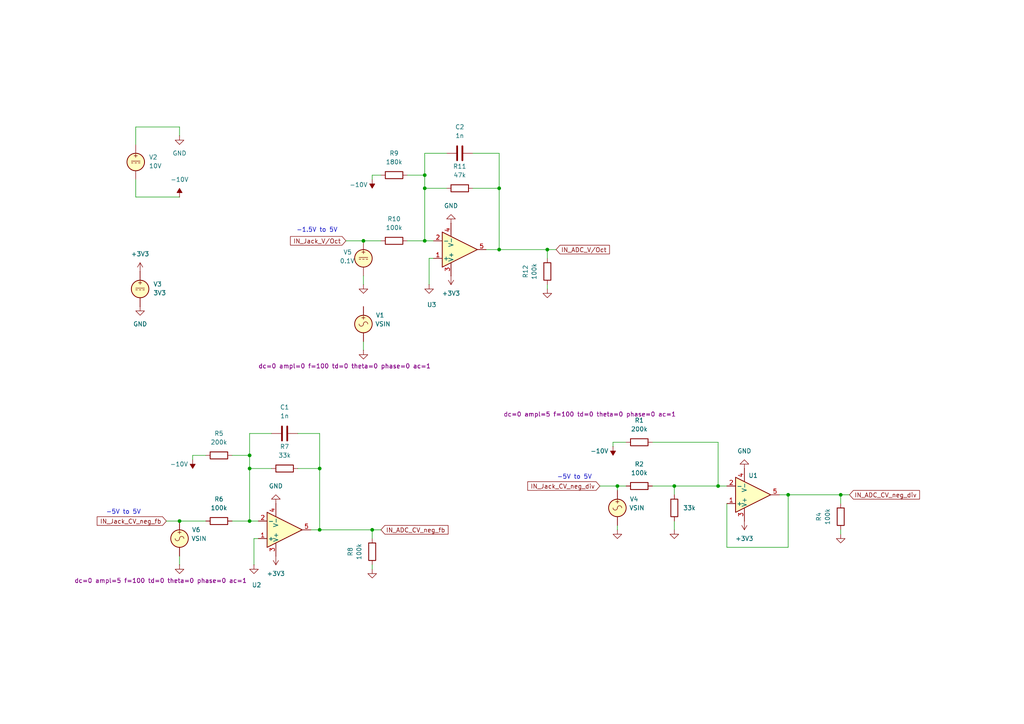
<source format=kicad_sch>
(kicad_sch (version 20250114) (generator "eeschema") (generator_version "9.0")
  (paper "A4")
  (lib_symbols
    (symbol "Device:C" (pin_numbers (hide yes)) (pin_names (offset 0.254))
      (property "Reference" "C" (at 0.635 2.54 0))
      (property "Value" "C" (at 0.635 -2.54 0))
      (symbol "C_0_1"
        (polyline (pts (xy -2.032 0.762) (xy 2.032 0.762)) (stroke (width 0.508)))
        (polyline (pts (xy -2.032 -0.762) (xy 2.032 -0.762)) (stroke (width 0.508)))
      )
      (symbol "C_1_1"
        (pin passive line (at 0 3.81 270) (length 2.794) (name "~") (number "1"))
        (pin passive line (at 0 -3.81 90) (length 2.794) (name "~") (number "2"))
      )
    )
    (symbol "Device:R" (pin_numbers (hide yes)) (pin_names (offset 0))
      (property "Reference" "R" (at 2.032 0 90))
      (property "Value" "R" (at 0 0 90))
      (symbol "R_0_1"
        (rectangle (start -1.016 -2.54) (end 1.016 2.54) (stroke (width 0.254)))
      )
      (symbol "R_1_1"
        (pin passive line (at 0 3.81 270) (length 1.27) (name "~") (number "1"))
        (pin passive line (at 0 -3.81 90) (length 1.27) (name "~") (number "2"))
      )
    )
    (symbol "Simulation_SPICE:OPAMP" (pin_names (offset 0.254))
      (property "Reference" "U" (at 3.81 3.175 0))
      (property "Value" "${SIM.PARAMS}" (at 3.81 -3.175 0))
      (symbol "OPAMP_0_1"
        (polyline (pts (xy 5.08 0) (xy -5.08 5.08) (xy -5.08 -5.08) (xy 5.08 0)) (stroke (width 0.254)) (fill (type background)))
      )
      (symbol "OPAMP_1_1"
        (pin input line (at -7.62 2.54 0) (length 2.54) (name "+") (number "1"))
        (pin input line (at -7.62 -2.54 0) (length 2.54) (name "-") (number "2"))
        (pin power_in line (at -2.54 7.62 270) (length 3.81) (name "V+") (number "3"))
        (pin power_in line (at -2.54 -7.62 90) (length 3.81) (name "V-") (number "4"))
        (pin output line (at 7.62 0 180) (length 2.54) (name "~") (number "5"))
      )
    )
    (symbol "Simulation_SPICE:VDC" (pin_numbers (hide yes)) (pin_names (offset 0.0254))
      (property "Reference" "V" (at 2.54 2.54 0))
      (property "Value" "1" (at 2.54 0 0))
      (symbol "VDC_0_0"
        (polyline (pts (xy -1.27 0.254) (xy 1.27 0.254)))
        (polyline (pts (xy -0.762 -0.254) (xy -1.27 -0.254)))
        (polyline (pts (xy 0.254 -0.254) (xy -0.254 -0.254)))
        (polyline (pts (xy 1.27 -0.254) (xy 0.762 -0.254)))
        (text "+" (at 0 1.905 0) (effects (font (size 1.27 1.27))))
      )
      (symbol "VDC_0_1"
        (circle (center 0 0) (radius 2.54) (stroke (width 0.254)) (fill (type background)))
      )
      (symbol "VDC_1_1"
        (pin passive line (at 0 5.08 270) (length 2.54) (name "~") (number "1"))
        (pin passive line (at 0 -5.08 90) (length 2.54) (name "~") (number "2"))
      )
    )
    (symbol "Simulation_SPICE:VSIN" (pin_numbers (hide yes)) (pin_names (offset 0.0254))
      (property "Reference" "V" (at 2.54 2.54 0))
      (property "Value" "VSIN" (at 2.54 0 0))
      (property "Sim.Params" "dc=0 ampl=1 f=1k ac=1" (at 2.54 -2.54 0))
      (symbol "VSIN_0_0"
        (arc (start -1.27 0) (mid -0.635 0.6323) (end 0 0))
        (arc (start 1.27 0) (mid 0.635 -0.6323) (end 0 0))
        (text "+" (at 0 1.905 0) (effects (font (size 1.27 1.27))))
      )
      (symbol "VSIN_0_1"
        (circle (center 0 0) (radius 2.54) (stroke (width 0.254)) (fill (type background)))
      )
      (symbol "VSIN_1_1"
        (pin passive line (at 0 5.08 270) (length 2.54) (name "~") (number "1"))
        (pin passive line (at 0 -5.08 90) (length 2.54) (name "~") (number "2"))
      )
    )
    (symbol "power:+3V3" (power) (pin_numbers (hide yes)) (pin_names (offset 0) (hide yes))
      (property "Value" "+3V3" (at 0 3.556 0))
      (symbol "+3V3_0_1"
        (polyline (pts (xy -0.762 1.27) (xy 0 2.54)))
        (polyline (pts (xy 0 2.54) (xy 0.762 1.27)))
        (polyline (pts (xy 0 0) (xy 0 2.54)))
      )
      (symbol "+3V3_1_1"
        (pin power_in line (at 0 0 90) (length 0) (name "~") (number "1"))
      )
    )
    (symbol "power:-10V" (power) (pin_numbers (hide yes)) (pin_names (offset 0) (hide yes))
      (property "Value" "-10V" (at 0 3.556 0))
      (symbol "-10V_0_0"
        (pin power_in line (at 0 0 90) (length 0) (name "~") (number "1"))
      )
      (symbol "-10V_0_1"
        (polyline (pts (xy 0 0) (xy 0 1.27) (xy 0.762 1.27) (xy 0 2.54) (xy -0.762 1.27) (xy 0 1.27)) (fill (type outline)))
      )
    )
    (symbol "power:GND" (power) (pin_numbers (hide yes)) (pin_names (offset 0) (hide yes))
      (property "Value" "GND" (at 0 -3.81 0))
      (symbol "GND_0_1"
        (polyline (pts (xy 0 0) (xy 0 -1.27) (xy 1.27 -1.27) (xy 0 -2.54) (xy -1.27 -1.27) (xy 0 -1.27)))
      )
      (symbol "GND_1_1"
        (pin power_in line (at 0 0 270) (length 0) (name "~") (number "1"))
      )
    )
  )
  (text "-5V to 5V" (at 35.814 148.59 0) (effects (font (size 1.27 1.27))))
  (text "-5V to 5V" (at 166.624 138.43 0) (effects (font (size 1.27 1.27))))
  (text "-1.5V to 5V" (at 91.948 66.802 0) (effects (font (size 1.27 1.27))))
  (junction (at 243.84 143.51))
  (junction (at 72.39 151.13))
  (junction (at 52.07 151.13))
  (junction (at 72.39 132.08))
  (junction (at 123.19 54.61))
  (junction (at 195.58 140.97))
  (junction (at 144.78 72.39))
  (junction (at 123.19 69.85))
  (junction (at 179.07 140.97))
  (junction (at 92.71 135.89))
  (junction (at 72.39 135.89))
  (junction (at 208.28 140.97))
  (junction (at 158.75 72.39))
  (junction (at 105.41 69.85))
  (junction (at 123.19 50.8))
  (junction (at 144.78 54.61))
  (junction (at 107.95 153.67))
  (junction (at 228.6 143.51))
  (junction (at 92.71 153.67))
  (wire (pts (xy 189.23 140.97) (xy 195.58 140.97)))
  (wire (pts (xy 55.88 132.08) (xy 55.88 133.35)))
  (wire (pts (xy 158.75 83.82) (xy 158.75 82.55)))
  (wire (pts (xy 72.39 151.13) (xy 72.39 135.89)))
  (wire (pts (xy 107.95 153.67) (xy 110.49 153.67)))
  (wire (pts (xy 107.95 50.8) (xy 107.95 52.07)))
  (wire (pts (xy 118.11 69.85) (xy 123.19 69.85)))
  (wire (pts (xy 123.19 69.85) (xy 125.73 69.85)))
  (wire (pts (xy 52.07 36.83) (xy 52.07 39.37)))
  (wire (pts (xy 177.8 128.27) (xy 181.61 128.27)))
  (wire (pts (xy 144.78 54.61) (xy 144.78 72.39)))
  (wire (pts (xy 92.71 135.89) (xy 92.71 153.67)))
  (wire (pts (xy 123.19 50.8) (xy 123.19 54.61)))
  (wire (pts (xy 92.71 125.73) (xy 92.71 135.89)))
  (wire (pts (xy 73.66 156.21) (xy 74.93 156.21)))
  (wire (pts (xy 105.41 99.06) (xy 105.41 101.6)))
  (wire (pts (xy 210.82 158.75) (xy 210.82 146.05)))
  (wire (pts (xy 228.6 158.75) (xy 210.82 158.75)))
  (wire (pts (xy 105.41 80.01) (xy 105.41 82.55)))
  (wire (pts (xy 243.84 143.51) (xy 243.84 146.05)))
  (wire (pts (xy 72.39 132.08) (xy 72.39 135.89)))
  (wire (pts (xy 48.26 151.13) (xy 52.07 151.13)))
  (wire (pts (xy 158.75 72.39) (xy 158.75 74.93)))
  (wire (pts (xy 67.31 151.13) (xy 72.39 151.13)))
  (wire (pts (xy 228.6 143.51) (xy 228.6 158.75)))
  (wire (pts (xy 39.37 52.07) (xy 39.37 57.15)))
  (wire (pts (xy 118.11 50.8) (xy 123.19 50.8)))
  (wire (pts (xy 39.37 36.83) (xy 52.07 36.83)))
  (wire (pts (xy 228.6 143.51) (xy 243.84 143.51)))
  (wire (pts (xy 144.78 72.39) (xy 140.97 72.39)))
  (wire (pts (xy 52.07 161.29) (xy 52.07 163.83)))
  (wire (pts (xy 195.58 140.97) (xy 208.28 140.97)))
  (wire (pts (xy 137.16 44.45) (xy 144.78 44.45)))
  (wire (pts (xy 189.23 128.27) (xy 208.28 128.27)))
  (wire (pts (xy 177.8 128.27) (xy 177.8 129.54)))
  (wire (pts (xy 72.39 125.73) (xy 72.39 132.08)))
  (wire (pts (xy 144.78 72.39) (xy 158.75 72.39)))
  (wire (pts (xy 107.95 165.1) (xy 107.95 163.83)))
  (wire (pts (xy 92.71 153.67) (xy 107.95 153.67)))
  (wire (pts (xy 123.19 69.85) (xy 123.19 54.61)))
  (wire (pts (xy 52.07 151.13) (xy 59.69 151.13)))
  (wire (pts (xy 92.71 153.67) (xy 90.17 153.67)))
  (wire (pts (xy 72.39 151.13) (xy 74.93 151.13)))
  (wire (pts (xy 179.07 140.97) (xy 179.07 142.24)))
  (wire (pts (xy 86.36 135.89) (xy 92.71 135.89)))
  (wire (pts (xy 179.07 152.4) (xy 179.07 153.67)))
  (wire (pts (xy 86.36 125.73) (xy 92.71 125.73)))
  (wire (pts (xy 72.39 135.89) (xy 78.74 135.89)))
  (wire (pts (xy 124.46 82.55) (xy 124.46 74.93)))
  (wire (pts (xy 195.58 140.97) (xy 195.58 143.51)))
  (wire (pts (xy 243.84 154.94) (xy 243.84 153.67)))
  (wire (pts (xy 144.78 44.45) (xy 144.78 54.61)))
  (wire (pts (xy 39.37 36.83) (xy 39.37 41.91)))
  (wire (pts (xy 123.19 54.61) (xy 129.54 54.61)))
  (wire (pts (xy 226.06 143.51) (xy 228.6 143.51)))
  (wire (pts (xy 105.41 69.85) (xy 110.49 69.85)))
  (wire (pts (xy 124.46 74.93) (xy 125.73 74.93)))
  (wire (pts (xy 173.99 140.97) (xy 179.07 140.97)))
  (wire (pts (xy 39.37 57.15) (xy 52.07 57.15)))
  (wire (pts (xy 123.19 44.45) (xy 123.19 50.8)))
  (wire (pts (xy 129.54 44.45) (xy 123.19 44.45)))
  (wire (pts (xy 55.88 132.08) (xy 59.69 132.08)))
  (wire (pts (xy 107.95 50.8) (xy 110.49 50.8)))
  (wire (pts (xy 208.28 140.97) (xy 210.82 140.97)))
  (wire (pts (xy 107.95 153.67) (xy 107.95 156.21)))
  (wire (pts (xy 67.31 132.08) (xy 72.39 132.08)))
  (wire (pts (xy 137.16 54.61) (xy 144.78 54.61)))
  (wire (pts (xy 208.28 128.27) (xy 208.28 140.97)))
  (wire (pts (xy 179.07 140.97) (xy 181.61 140.97)))
  (wire (pts (xy 73.66 163.83) (xy 73.66 156.21)))
  (wire (pts (xy 100.33 69.85) (xy 105.41 69.85)))
  (wire (pts (xy 195.58 151.13) (xy 195.58 153.67)))
  (wire (pts (xy 78.74 125.73) (xy 72.39 125.73)))
  (wire (pts (xy 243.84 143.51) (xy 246.38 143.51)))
  (wire (pts (xy 158.75 72.39) (xy 161.29 72.39)))
  (global_label "IN_ADC_V{slash}Oct" (shape input) (at 161.29 72.39 0) (property "Intersheetrefs" "${INTERSHEET_REFS}" (effects (hide yes))))
  (global_label "IN_ADC_CV_neg_div" (shape input) (at 246.38 143.51 0) (property "Intersheetrefs" "${INTERSHEET_REFS}" (effects (hide yes))))
  (global_label "IN_Jack_CV_neg_fb" (shape input) (at 48.26 151.13 180) (property "Intersheetrefs" "${INTERSHEET_REFS}" (effects (hide yes))))
  (global_label "IN_ADC_CV_neg_fb" (shape input) (at 110.49 153.67 0) (property "Intersheetrefs" "${INTERSHEET_REFS}" (effects (hide yes))))
  (global_label "IN_Jack_CV_neg_div" (shape input) (at 173.99 140.97 180) (property "Intersheetrefs" "${INTERSHEET_REFS}" (effects (hide yes))))
  (global_label "IN_Jack_V{slash}Oct" (shape input) (at 100.33 69.85 180) (property "Intersheetrefs" "${INTERSHEET_REFS}" (effects (hide yes))))
  (symbol (lib_id "power:GND") (at 215.9 135.89 180) (unit 1)
    (property "Reference" "#PWR04" (effects (hide yes)))
    (property "Value" "GND" (at 215.9 130.81 0))
    (property "Description" "Power symbol creates a global label with name \"GND\" , ground" (effects (hide yes)))
  )
  (symbol (lib_id "power:GND") (at 107.95 165.1 0) (mirror y) (unit 1)
    (property "Reference" "#PWR0111" (effects (hide yes)))
    (property "Value" "GND" (effects (hide yes)))
    (property "Description" "Power symbol creates a global label with name \"GND\" , ground" (effects (hide yes)))
  )
  (symbol (lib_id "Simulation_SPICE:VSIN") (at 52.07 156.21 0) (mirror y) (unit 1) (in_bom no) (on_board no)
    (property "Reference" "V6" (at 58.166 153.67 0) (effects (justify left)))
    (property "Value" "VSIN" (at 59.944 156.21 0) (effects (justify left)))
    (property "Datasheet" "https://ngspice.sourceforge.io/docs/ngspice-html-manual/manual.xhtml#sec_Independent_Sources_for" (effects (hide yes)))
    (property "Description" "Voltage source, sinusoidal" (effects (hide yes)))
    (property "Sim.Pins" "1=+ 2=-" (effects (hide yes)))
    (property "Sim.Params" "dc=0 ampl=5 f=100 td=0 theta=0 phase=0 ac=1" (at 71.628 168.402 0) (effects (justify left)))
    (property "Sim.Type" "SIN" (effects (hide yes)))
    (property "Sim.Device" "V" (effects (hide yes)))
  )
  (symbol (lib_id "power:GND") (at 158.75 83.82 0) (mirror y) (unit 1)
    (property "Reference" "#PWR0110" (effects (hide yes)))
    (property "Value" "GND" (effects (hide yes)))
    (property "Description" "Power symbol creates a global label with name \"GND\" , ground" (effects (hide yes)))
  )
  (symbol (lib_id "power:GND") (at 52.07 39.37 0) (unit 1)
    (property "Reference" "#PWR0102" (effects (hide yes)))
    (property "Value" "GND" (at 52.07 44.45 0))
    (property "Description" "Power symbol creates a global label with name \"GND\" , ground" (effects (hide yes)))
  )
  (symbol (lib_id "Simulation_SPICE:VDC") (at 105.41 74.93 0) (unit 1)
    (property "Reference" "V5" (at 99.568 73.152 0) (effects (justify left)))
    (property "Value" "0.1V" (at 98.552 75.692 0) (effects (justify left)))
    (property "Datasheet" "https://ngspice.sourceforge.io/docs/ngspice-html-manual/manual.xhtml#sec_Independent_Sources_for" (effects (hide yes)))
    (property "Description" "Voltage source, DC" (effects (hide yes)))
    (property "Sim.Pins" "1=+ 2=-" (effects (hide yes)))
    (property "Sim.Type" "DC" (effects (hide yes)))
    (property "Sim.Device" "V" (effects (hide yes)))
  )
  (symbol (lib_id "Simulation_SPICE:VDC") (at 39.37 46.99 0) (unit 1)
    (property "Reference" "V2" (at 43.18 45.5901 0) (effects (justify left)))
    (property "Value" "10V" (at 43.18 48.1301 0) (effects (justify left)))
    (property "Datasheet" "https://ngspice.sourceforge.io/docs/ngspice-html-manual/manual.xhtml#sec_Independent_Sources_for" (effects (hide yes)))
    (property "Description" "Voltage source, DC" (effects (hide yes)))
    (property "Sim.Pins" "1=+ 2=-" (effects (hide yes)))
    (property "Sim.Type" "DC" (effects (hide yes)))
    (property "Sim.Device" "V" (effects (hide yes)))
  )
  (symbol (lib_id "Device:R") (at 114.3 69.85 90) (unit 1)
    (property "Reference" "R10" (at 114.3 63.5 90))
    (property "Value" "100k" (at 114.3 66.04 90))
    (property "Description" "Resistor" (effects (hide yes)))
  )
  (symbol (lib_id "Device:C") (at 82.55 125.73 90) (unit 1)
    (property "Reference" "C1" (at 82.55 118.11 90))
    (property "Value" "1n" (at 82.55 120.65 90))
    (property "Description" "Unpolarized capacitor" (effects (hide yes)))
  )
  (symbol (lib_id "power:-10V") (at 177.8 129.54 180) (unit 1)
    (property "Reference" "#PWR02" (effects (hide yes)))
    (property "Value" "-10V" (at 171.196 130.81 0) (effects (justify right)))
    (property "Description" "Power symbol creates a global label with name \"-10V\"" (effects (hide yes)))
  )
  (symbol (lib_id "power:GND") (at 73.66 163.83 0) (mirror y) (unit 1)
    (property "Reference" "#PWR0113" (effects (hide yes)))
    (property "Value" "GND" (effects (hide yes)))
    (property "Description" "Power symbol creates a global label with name \"GND\" , ground" (effects (hide yes)))
  )
  (symbol (lib_id "Simulation_SPICE:VDC") (at 40.64 83.82 0) (unit 1)
    (property "Reference" "V3" (at 44.45 82.4201 0) (effects (justify left)))
    (property "Value" "3V3" (at 44.45 84.9601 0) (effects (justify left)))
    (property "Datasheet" "https://ngspice.sourceforge.io/docs/ngspice-html-manual/manual.xhtml#sec_Independent_Sources_for" (effects (hide yes)))
    (property "Description" "Voltage source, DC" (effects (hide yes)))
    (property "Sim.Pins" "1=+ 2=-" (effects (hide yes)))
    (property "Sim.Type" "DC" (effects (hide yes)))
    (property "Sim.Device" "V" (effects (hide yes)))
  )
  (symbol (lib_id "power:GND") (at 130.81 64.77 180) (unit 1)
    (property "Reference" "#PWR0107" (effects (hide yes)))
    (property "Value" "GND" (at 130.81 59.69 0))
    (property "Description" "Power symbol creates a global label with name \"GND\" , ground" (effects (hide yes)))
  )
  (symbol (lib_id "power:GND") (at 80.01 146.05 180) (unit 1)
    (property "Reference" "#PWR0112" (effects (hide yes)))
    (property "Value" "GND" (at 80.01 140.97 0))
    (property "Description" "Power symbol creates a global label with name \"GND\" , ground" (effects (hide yes)))
  )
  (symbol (lib_id "Simulation_SPICE:VSIN") (at 179.07 147.32 0) (mirror y) (unit 1) (in_bom no) (on_board no)
    (property "Reference" "V4" (at 185.166 144.78 0) (effects (justify left)))
    (property "Value" "VSIN" (at 186.944 147.32 0) (effects (justify left)))
    (property "Datasheet" "https://ngspice.sourceforge.io/docs/ngspice-html-manual/manual.xhtml#sec_Independent_Sources_for" (effects (hide yes)))
    (property "Description" "Voltage source, sinusoidal" (effects (hide yes)))
    (property "Sim.Pins" "1=+ 2=-" (effects (hide yes)))
    (property "Sim.Params" "dc=0 ampl=5 f=100 td=0 theta=0 phase=0 ac=1" (at 196.088 120.142 0) (effects (justify left)))
    (property "Sim.Type" "SIN" (effects (hide yes)))
    (property "Sim.Device" "V" (effects (hide yes)))
  )
  (symbol (lib_id "power:-10V") (at 107.95 52.07 180) (unit 1)
    (property "Reference" "#PWR0101" (effects (hide yes)))
    (property "Value" "-10V" (at 101.346 53.594 0) (effects (justify right)))
    (property "Description" "Power symbol creates a global label with name \"-10V\"" (effects (hide yes)))
  )
  (symbol (lib_id "power:GND") (at 40.64 88.9 0) (unit 1)
    (property "Reference" "#PWR0106" (effects (hide yes)))
    (property "Value" "GND" (at 40.64 93.98 0))
    (property "Description" "Power symbol creates a global label with name \"GND\" , ground" (effects (hide yes)))
  )
  (symbol (lib_id "Device:R") (at 107.95 160.02 0) (mirror y) (unit 1)
    (property "Reference" "R8" (at 101.6 160.02 90))
    (property "Value" "100k" (at 104.14 160.02 90))
    (property "Description" "Resistor" (effects (hide yes)))
  )
  (symbol (lib_id "power:GND") (at 243.84 154.94 0) (mirror y) (unit 1)
    (property "Reference" "#PWR06" (effects (hide yes)))
    (property "Value" "GND" (effects (hide yes)))
    (property "Description" "Power symbol creates a global label with name \"GND\" , ground" (effects (hide yes)))
  )
  (symbol (lib_id "power:+3V3") (at 40.64 78.74 0) (unit 1)
    (property "Reference" "#PWR0105" (effects (hide yes)))
    (property "Value" "+3V3" (at 40.64 73.66 0))
    (property "Description" "Power symbol creates a global label with name \"+3V3\"" (effects (hide yes)))
  )
  (symbol (lib_id "Device:R") (at 185.42 128.27 90) (unit 1)
    (property "Reference" "R1" (at 185.42 121.92 90))
    (property "Value" "200k" (at 185.42 124.46 90))
    (property "Description" "Resistor" (effects (hide yes)))
  )
  (symbol (lib_id "Device:R") (at 195.58 147.32 180) (unit 1)
    (property "Reference" "R3" (effects (hide yes)))
    (property "Value" "33k" (at 198.12 147.3199 0) (effects (justify right)))
    (property "Description" "Resistor" (effects (hide yes)))
  )
  (symbol (lib_id "Simulation_SPICE:VSIN") (at 105.41 93.98 0) (mirror y) (unit 1) (in_bom no) (on_board no)
    (property "Reference" "V1" (at 111.506 91.44 0) (effects (justify left)))
    (property "Value" "VSIN" (at 113.284 93.98 0) (effects (justify left)))
    (property "Datasheet" "https://ngspice.sourceforge.io/docs/ngspice-html-manual/manual.xhtml#sec_Independent_Sources_for" (effects (hide yes)))
    (property "Description" "Voltage source, sinusoidal" (effects (hide yes)))
    (property "Sim.Pins" "1=+ 2=-" (effects (hide yes)))
    (property "Sim.Params" "dc=0 ampl=0 f=100 td=0 theta=0 phase=0 ac=1" (at 124.968 106.172 0) (effects (justify left)))
    (property "Sim.Type" "SIN" (effects (hide yes)))
    (property "Sim.Device" "V" (effects (hide yes)))
  )
  (symbol (lib_id "Device:R") (at 158.75 78.74 0) (mirror y) (unit 1)
    (property "Reference" "R12" (at 152.4 78.74 90))
    (property "Value" "100k" (at 154.94 78.74 90))
    (property "Description" "Resistor" (effects (hide yes)))
  )
  (symbol (lib_id "Device:R") (at 185.42 140.97 90) (unit 1)
    (property "Reference" "R2" (at 185.42 134.62 90))
    (property "Value" "100k" (at 185.42 137.16 90))
    (property "Description" "Resistor" (effects (hide yes)))
  )
  (symbol (lib_id "power:-10V") (at 52.07 57.15 0) (unit 1)
    (property "Reference" "#PWR0103" (effects (hide yes)))
    (property "Value" "-10V" (at 52.07 52.07 0))
    (property "Description" "Power symbol creates a global label with name \"-10V\"" (effects (hide yes)))
  )
  (symbol (lib_id "power:GND") (at 195.58 153.67 0) (mirror y) (unit 1)
    (property "Reference" "#PWR07" (effects (hide yes)))
    (property "Value" "GND" (effects (hide yes)))
    (property "Description" "Power symbol creates a global label with name \"GND\" , ground" (effects (hide yes)))
  )
  (symbol (lib_id "power:+3V3") (at 80.01 161.29 180) (unit 1)
    (property "Reference" "#PWR0114" (effects (hide yes)))
    (property "Value" "+3V3" (at 80.01 166.37 0))
    (property "Description" "Power symbol creates a global label with name \"+3V3\"" (effects (hide yes)))
  )
  (symbol (lib_id "power:-10V") (at 55.88 133.35 180) (unit 1)
    (property "Reference" "#PWR0116" (effects (hide yes)))
    (property "Value" "-10V" (at 49.276 134.62 0) (effects (justify right)))
    (property "Description" "Power symbol creates a global label with name \"-10V\"" (effects (hide yes)))
  )
  (symbol (lib_id "Simulation_SPICE:OPAMP") (at 82.55 153.67 0) (mirror x) (unit 1)
    (property "Reference" "U2" (at 74.422 169.672 0))
    (property "Value" "${SIM.PARAMS}" (at 90.17 156.8135 0))
    (property "Datasheet" "https://ngspice.sourceforge.io/docs/ngspice-html-manual/manual.xhtml#sec__SUBCKT_Subcircuits" (effects (hide yes)))
    (property "Description" "Operational amplifier, single, node sequence=1:+ 2:- 3:OUT 4:V+ 5:V-" (effects (hide yes)))
    (property "Sim.Pins" "1=in+ 2=in- 3=vcc 4=vee 5=out" (effects (hide yes)))
    (property "Sim.Device" "SUBCKT" (effects (hide yes)))
    (property "Sim.Library" "${KICAD7_SYMBOL_DIR}/Simulation_SPICE.sp" (effects (hide yes)))
    (property "Sim.Name" "kicad_builtin_opamp" (effects (hide yes)))
  )
  (symbol (lib_id "power:GND") (at 105.41 82.55 0) (mirror y) (unit 1)
    (property "Reference" "#PWR0104" (effects (hide yes)))
    (property "Value" "GND" (effects (hide yes)))
    (property "Description" "Power symbol creates a global label with name \"GND\" , ground" (effects (hide yes)))
  )
  (symbol (lib_id "power:+3V3") (at 130.81 80.01 180) (unit 1)
    (property "Reference" "#PWR0109" (effects (hide yes)))
    (property "Value" "+3V3" (at 130.81 85.09 0))
    (property "Description" "Power symbol creates a global label with name \"+3V3\"" (effects (hide yes)))
  )
  (symbol (lib_id "power:GND") (at 52.07 163.83 0) (mirror y) (unit 1)
    (property "Reference" "#PWR0115" (effects (hide yes)))
    (property "Value" "GND" (effects (hide yes)))
    (property "Description" "Power symbol creates a global label with name \"GND\" , ground" (effects (hide yes)))
  )
  (symbol (lib_id "Simulation_SPICE:OPAMP") (at 218.44 143.51 0) (mirror x) (unit 1)
    (property "Reference" "U1" (at 218.44 137.922 0))
    (property "Value" "${SIM.PARAMS}" (at 226.06 146.6535 0))
    (property "Datasheet" "https://ngspice.sourceforge.io/docs/ngspice-html-manual/manual.xhtml#sec__SUBCKT_Subcircuits" (effects (hide yes)))
    (property "Description" "Operational amplifier, single, node sequence=1:+ 2:- 3:OUT 4:V+ 5:V-" (effects (hide yes)))
    (property "Sim.Pins" "1=in+ 2=in- 3=vcc 4=vee 5=out" (effects (hide yes)))
    (property "Sim.Device" "SUBCKT" (effects (hide yes)))
    (property "Sim.Library" "${KICAD7_SYMBOL_DIR}/Simulation_SPICE.sp" (effects (hide yes)))
    (property "Sim.Name" "kicad_builtin_opamp" (effects (hide yes)))
  )
  (symbol (lib_id "Device:C") (at 133.35 44.45 90) (unit 1)
    (property "Reference" "C2" (at 133.35 36.83 90))
    (property "Value" "1n" (at 133.35 39.37 90))
    (property "Description" "Unpolarized capacitor" (effects (hide yes)))
  )
  (symbol (lib_id "Device:R") (at 114.3 50.8 90) (unit 1)
    (property "Reference" "R9" (at 114.3 44.45 90))
    (property "Value" "180k" (at 114.3 46.99 90))
    (property "Description" "Resistor" (effects (hide yes)))
  )
  (symbol (lib_id "power:GND") (at 105.41 101.6 0) (mirror y) (unit 1)
    (property "Reference" "#PWR03" (effects (hide yes)))
    (property "Value" "GND" (effects (hide yes)))
    (property "Description" "Power symbol creates a global label with name \"GND\" , ground" (effects (hide yes)))
  )
  (symbol (lib_id "power:GND") (at 124.46 82.55 0) (mirror y) (unit 1)
    (property "Reference" "#PWR0108" (effects (hide yes)))
    (property "Value" "GND" (effects (hide yes)))
    (property "Description" "Power symbol creates a global label with name \"GND\" , ground" (effects (hide yes)))
  )
  (symbol (lib_id "power:GND") (at 179.07 153.67 0) (mirror y) (unit 1)
    (property "Reference" "#PWR01" (effects (hide yes)))
    (property "Value" "GND" (effects (hide yes)))
    (property "Description" "Power symbol creates a global label with name \"GND\" , ground" (effects (hide yes)))
  )
  (symbol (lib_id "Device:R") (at 82.55 135.89 90) (unit 1)
    (property "Reference" "R7" (at 82.55 129.54 90))
    (property "Value" "33k" (at 82.55 132.08 90))
    (property "Description" "Resistor" (effects (hide yes)))
  )
  (symbol (lib_id "Device:R") (at 63.5 151.13 90) (unit 1)
    (property "Reference" "R6" (at 63.5 144.78 90))
    (property "Value" "100k" (at 63.5 147.32 90))
    (property "Description" "Resistor" (effects (hide yes)))
  )
  (symbol (lib_id "Device:R") (at 243.84 149.86 0) (mirror y) (unit 1)
    (property "Reference" "R4" (at 237.49 149.86 90))
    (property "Value" "100k" (at 240.03 149.86 90))
    (property "Description" "Resistor" (effects (hide yes)))
  )
  (symbol (lib_id "power:+3V3") (at 215.9 151.13 180) (unit 1)
    (property "Reference" "#PWR05" (effects (hide yes)))
    (property "Value" "+3V3" (at 215.9 156.21 0))
    (property "Description" "Power symbol creates a global label with name \"+3V3\"" (effects (hide yes)))
  )
  (symbol (lib_id "Device:R") (at 133.35 54.61 90) (unit 1)
    (property "Reference" "R11" (at 133.35 48.26 90))
    (property "Value" "47k" (at 133.35 50.8 90))
    (property "Description" "Resistor" (effects (hide yes)))
  )
  (symbol (lib_id "Device:R") (at 63.5 132.08 90) (unit 1)
    (property "Reference" "R5" (at 63.5 125.73 90))
    (property "Value" "200k" (at 63.5 128.27 90))
    (property "Description" "Resistor" (effects (hide yes)))
  )
  (symbol (lib_id "Simulation_SPICE:OPAMP") (at 133.35 72.39 0) (mirror x) (unit 1)
    (property "Reference" "U3" (at 125.222 88.392 0))
    (property "Value" "${SIM.PARAMS}" (at 140.97 75.5335 0))
    (property "Datasheet" "https://ngspice.sourceforge.io/docs/ngspice-html-manual/manual.xhtml#sec__SUBCKT_Subcircuits" (effects (hide yes)))
    (property "Description" "Operational amplifier, single, node sequence=1:+ 2:- 3:OUT 4:V+ 5:V-" (effects (hide yes)))
    (property "Sim.Pins" "1=in+ 2=in- 3=vcc 4=vee 5=out" (effects (hide yes)))
    (property "Sim.Device" "SUBCKT" (effects (hide yes)))
    (property "Sim.Library" "${KICAD7_SYMBOL_DIR}/Simulation_SPICE.sp" (effects (hide yes)))
    (property "Sim.Name" "kicad_builtin_opamp" (effects (hide yes)))
  )
)
</source>
